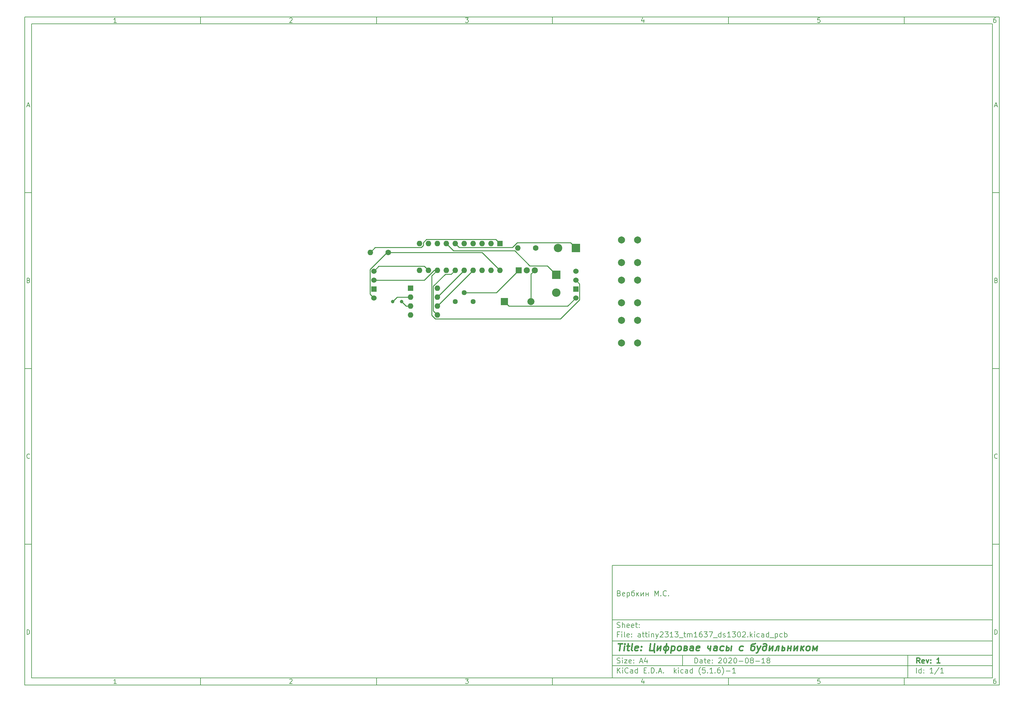
<source format=gbl>
%TF.GenerationSoftware,KiCad,Pcbnew,(5.1.6)-1*%
%TF.CreationDate,2020-08-18T15:16:58+05:00*%
%TF.ProjectId,attiny2313_tm1637_ds1302,61747469-6e79-4323-9331-335f746d3136,1*%
%TF.SameCoordinates,Original*%
%TF.FileFunction,Copper,L2,Bot*%
%TF.FilePolarity,Positive*%
%FSLAX46Y46*%
G04 Gerber Fmt 4.6, Leading zero omitted, Abs format (unit mm)*
G04 Created by KiCad (PCBNEW (5.1.6)-1) date 2020-08-18 15:16:58*
%MOMM*%
%LPD*%
G01*
G04 APERTURE LIST*
%ADD10C,0.100000*%
%ADD11C,0.150000*%
%ADD12C,0.300000*%
%ADD13C,0.400000*%
%TA.AperFunction,ComponentPad*%
%ADD14C,1.524000*%
%TD*%
%TA.AperFunction,ComponentPad*%
%ADD15R,1.524000X1.524000*%
%TD*%
%TA.AperFunction,ComponentPad*%
%ADD16R,2.400000X2.400000*%
%TD*%
%TA.AperFunction,ComponentPad*%
%ADD17O,2.400000X2.400000*%
%TD*%
%TA.AperFunction,ComponentPad*%
%ADD18R,2.000000X2.000000*%
%TD*%
%TA.AperFunction,ComponentPad*%
%ADD19C,2.000000*%
%TD*%
%TA.AperFunction,ComponentPad*%
%ADD20C,1.440000*%
%TD*%
%TA.AperFunction,ComponentPad*%
%ADD21O,1.600000X1.600000*%
%TD*%
%TA.AperFunction,ComponentPad*%
%ADD22R,1.600000X1.600000*%
%TD*%
%TA.AperFunction,ComponentPad*%
%ADD23C,1.000000*%
%TD*%
%TA.AperFunction,ComponentPad*%
%ADD24C,1.600000*%
%TD*%
%TA.AperFunction,ComponentPad*%
%ADD25R,1.714500X1.800000*%
%TD*%
%TA.AperFunction,ComponentPad*%
%ADD26O,1.714500X1.800000*%
%TD*%
%TA.AperFunction,Conductor*%
%ADD27C,0.250000*%
%TD*%
G04 APERTURE END LIST*
D10*
D11*
X177002200Y-166007200D02*
X177002200Y-198007200D01*
X285002200Y-198007200D01*
X285002200Y-166007200D01*
X177002200Y-166007200D01*
D10*
D11*
X10000000Y-10000000D02*
X10000000Y-200007200D01*
X287002200Y-200007200D01*
X287002200Y-10000000D01*
X10000000Y-10000000D01*
D10*
D11*
X12000000Y-12000000D02*
X12000000Y-198007200D01*
X285002200Y-198007200D01*
X285002200Y-12000000D01*
X12000000Y-12000000D01*
D10*
D11*
X60000000Y-12000000D02*
X60000000Y-10000000D01*
D10*
D11*
X110000000Y-12000000D02*
X110000000Y-10000000D01*
D10*
D11*
X160000000Y-12000000D02*
X160000000Y-10000000D01*
D10*
D11*
X210000000Y-12000000D02*
X210000000Y-10000000D01*
D10*
D11*
X260000000Y-12000000D02*
X260000000Y-10000000D01*
D10*
D11*
X36065476Y-11588095D02*
X35322619Y-11588095D01*
X35694047Y-11588095D02*
X35694047Y-10288095D01*
X35570238Y-10473809D01*
X35446428Y-10597619D01*
X35322619Y-10659523D01*
D10*
D11*
X85322619Y-10411904D02*
X85384523Y-10350000D01*
X85508333Y-10288095D01*
X85817857Y-10288095D01*
X85941666Y-10350000D01*
X86003571Y-10411904D01*
X86065476Y-10535714D01*
X86065476Y-10659523D01*
X86003571Y-10845238D01*
X85260714Y-11588095D01*
X86065476Y-11588095D01*
D10*
D11*
X135260714Y-10288095D02*
X136065476Y-10288095D01*
X135632142Y-10783333D01*
X135817857Y-10783333D01*
X135941666Y-10845238D01*
X136003571Y-10907142D01*
X136065476Y-11030952D01*
X136065476Y-11340476D01*
X136003571Y-11464285D01*
X135941666Y-11526190D01*
X135817857Y-11588095D01*
X135446428Y-11588095D01*
X135322619Y-11526190D01*
X135260714Y-11464285D01*
D10*
D11*
X185941666Y-10721428D02*
X185941666Y-11588095D01*
X185632142Y-10226190D02*
X185322619Y-11154761D01*
X186127380Y-11154761D01*
D10*
D11*
X236003571Y-10288095D02*
X235384523Y-10288095D01*
X235322619Y-10907142D01*
X235384523Y-10845238D01*
X235508333Y-10783333D01*
X235817857Y-10783333D01*
X235941666Y-10845238D01*
X236003571Y-10907142D01*
X236065476Y-11030952D01*
X236065476Y-11340476D01*
X236003571Y-11464285D01*
X235941666Y-11526190D01*
X235817857Y-11588095D01*
X235508333Y-11588095D01*
X235384523Y-11526190D01*
X235322619Y-11464285D01*
D10*
D11*
X285941666Y-10288095D02*
X285694047Y-10288095D01*
X285570238Y-10350000D01*
X285508333Y-10411904D01*
X285384523Y-10597619D01*
X285322619Y-10845238D01*
X285322619Y-11340476D01*
X285384523Y-11464285D01*
X285446428Y-11526190D01*
X285570238Y-11588095D01*
X285817857Y-11588095D01*
X285941666Y-11526190D01*
X286003571Y-11464285D01*
X286065476Y-11340476D01*
X286065476Y-11030952D01*
X286003571Y-10907142D01*
X285941666Y-10845238D01*
X285817857Y-10783333D01*
X285570238Y-10783333D01*
X285446428Y-10845238D01*
X285384523Y-10907142D01*
X285322619Y-11030952D01*
D10*
D11*
X60000000Y-198007200D02*
X60000000Y-200007200D01*
D10*
D11*
X110000000Y-198007200D02*
X110000000Y-200007200D01*
D10*
D11*
X160000000Y-198007200D02*
X160000000Y-200007200D01*
D10*
D11*
X210000000Y-198007200D02*
X210000000Y-200007200D01*
D10*
D11*
X260000000Y-198007200D02*
X260000000Y-200007200D01*
D10*
D11*
X36065476Y-199595295D02*
X35322619Y-199595295D01*
X35694047Y-199595295D02*
X35694047Y-198295295D01*
X35570238Y-198481009D01*
X35446428Y-198604819D01*
X35322619Y-198666723D01*
D10*
D11*
X85322619Y-198419104D02*
X85384523Y-198357200D01*
X85508333Y-198295295D01*
X85817857Y-198295295D01*
X85941666Y-198357200D01*
X86003571Y-198419104D01*
X86065476Y-198542914D01*
X86065476Y-198666723D01*
X86003571Y-198852438D01*
X85260714Y-199595295D01*
X86065476Y-199595295D01*
D10*
D11*
X135260714Y-198295295D02*
X136065476Y-198295295D01*
X135632142Y-198790533D01*
X135817857Y-198790533D01*
X135941666Y-198852438D01*
X136003571Y-198914342D01*
X136065476Y-199038152D01*
X136065476Y-199347676D01*
X136003571Y-199471485D01*
X135941666Y-199533390D01*
X135817857Y-199595295D01*
X135446428Y-199595295D01*
X135322619Y-199533390D01*
X135260714Y-199471485D01*
D10*
D11*
X185941666Y-198728628D02*
X185941666Y-199595295D01*
X185632142Y-198233390D02*
X185322619Y-199161961D01*
X186127380Y-199161961D01*
D10*
D11*
X236003571Y-198295295D02*
X235384523Y-198295295D01*
X235322619Y-198914342D01*
X235384523Y-198852438D01*
X235508333Y-198790533D01*
X235817857Y-198790533D01*
X235941666Y-198852438D01*
X236003571Y-198914342D01*
X236065476Y-199038152D01*
X236065476Y-199347676D01*
X236003571Y-199471485D01*
X235941666Y-199533390D01*
X235817857Y-199595295D01*
X235508333Y-199595295D01*
X235384523Y-199533390D01*
X235322619Y-199471485D01*
D10*
D11*
X285941666Y-198295295D02*
X285694047Y-198295295D01*
X285570238Y-198357200D01*
X285508333Y-198419104D01*
X285384523Y-198604819D01*
X285322619Y-198852438D01*
X285322619Y-199347676D01*
X285384523Y-199471485D01*
X285446428Y-199533390D01*
X285570238Y-199595295D01*
X285817857Y-199595295D01*
X285941666Y-199533390D01*
X286003571Y-199471485D01*
X286065476Y-199347676D01*
X286065476Y-199038152D01*
X286003571Y-198914342D01*
X285941666Y-198852438D01*
X285817857Y-198790533D01*
X285570238Y-198790533D01*
X285446428Y-198852438D01*
X285384523Y-198914342D01*
X285322619Y-199038152D01*
D10*
D11*
X10000000Y-60000000D02*
X12000000Y-60000000D01*
D10*
D11*
X10000000Y-110000000D02*
X12000000Y-110000000D01*
D10*
D11*
X10000000Y-160000000D02*
X12000000Y-160000000D01*
D10*
D11*
X10690476Y-35216666D02*
X11309523Y-35216666D01*
X10566666Y-35588095D02*
X11000000Y-34288095D01*
X11433333Y-35588095D01*
D10*
D11*
X11092857Y-84907142D02*
X11278571Y-84969047D01*
X11340476Y-85030952D01*
X11402380Y-85154761D01*
X11402380Y-85340476D01*
X11340476Y-85464285D01*
X11278571Y-85526190D01*
X11154761Y-85588095D01*
X10659523Y-85588095D01*
X10659523Y-84288095D01*
X11092857Y-84288095D01*
X11216666Y-84350000D01*
X11278571Y-84411904D01*
X11340476Y-84535714D01*
X11340476Y-84659523D01*
X11278571Y-84783333D01*
X11216666Y-84845238D01*
X11092857Y-84907142D01*
X10659523Y-84907142D01*
D10*
D11*
X11402380Y-135464285D02*
X11340476Y-135526190D01*
X11154761Y-135588095D01*
X11030952Y-135588095D01*
X10845238Y-135526190D01*
X10721428Y-135402380D01*
X10659523Y-135278571D01*
X10597619Y-135030952D01*
X10597619Y-134845238D01*
X10659523Y-134597619D01*
X10721428Y-134473809D01*
X10845238Y-134350000D01*
X11030952Y-134288095D01*
X11154761Y-134288095D01*
X11340476Y-134350000D01*
X11402380Y-134411904D01*
D10*
D11*
X10659523Y-185588095D02*
X10659523Y-184288095D01*
X10969047Y-184288095D01*
X11154761Y-184350000D01*
X11278571Y-184473809D01*
X11340476Y-184597619D01*
X11402380Y-184845238D01*
X11402380Y-185030952D01*
X11340476Y-185278571D01*
X11278571Y-185402380D01*
X11154761Y-185526190D01*
X10969047Y-185588095D01*
X10659523Y-185588095D01*
D10*
D11*
X287002200Y-60000000D02*
X285002200Y-60000000D01*
D10*
D11*
X287002200Y-110000000D02*
X285002200Y-110000000D01*
D10*
D11*
X287002200Y-160000000D02*
X285002200Y-160000000D01*
D10*
D11*
X285692676Y-35216666D02*
X286311723Y-35216666D01*
X285568866Y-35588095D02*
X286002200Y-34288095D01*
X286435533Y-35588095D01*
D10*
D11*
X286095057Y-84907142D02*
X286280771Y-84969047D01*
X286342676Y-85030952D01*
X286404580Y-85154761D01*
X286404580Y-85340476D01*
X286342676Y-85464285D01*
X286280771Y-85526190D01*
X286156961Y-85588095D01*
X285661723Y-85588095D01*
X285661723Y-84288095D01*
X286095057Y-84288095D01*
X286218866Y-84350000D01*
X286280771Y-84411904D01*
X286342676Y-84535714D01*
X286342676Y-84659523D01*
X286280771Y-84783333D01*
X286218866Y-84845238D01*
X286095057Y-84907142D01*
X285661723Y-84907142D01*
D10*
D11*
X286404580Y-135464285D02*
X286342676Y-135526190D01*
X286156961Y-135588095D01*
X286033152Y-135588095D01*
X285847438Y-135526190D01*
X285723628Y-135402380D01*
X285661723Y-135278571D01*
X285599819Y-135030952D01*
X285599819Y-134845238D01*
X285661723Y-134597619D01*
X285723628Y-134473809D01*
X285847438Y-134350000D01*
X286033152Y-134288095D01*
X286156961Y-134288095D01*
X286342676Y-134350000D01*
X286404580Y-134411904D01*
D10*
D11*
X285661723Y-185588095D02*
X285661723Y-184288095D01*
X285971247Y-184288095D01*
X286156961Y-184350000D01*
X286280771Y-184473809D01*
X286342676Y-184597619D01*
X286404580Y-184845238D01*
X286404580Y-185030952D01*
X286342676Y-185278571D01*
X286280771Y-185402380D01*
X286156961Y-185526190D01*
X285971247Y-185588095D01*
X285661723Y-185588095D01*
D10*
D11*
X200434342Y-193785771D02*
X200434342Y-192285771D01*
X200791485Y-192285771D01*
X201005771Y-192357200D01*
X201148628Y-192500057D01*
X201220057Y-192642914D01*
X201291485Y-192928628D01*
X201291485Y-193142914D01*
X201220057Y-193428628D01*
X201148628Y-193571485D01*
X201005771Y-193714342D01*
X200791485Y-193785771D01*
X200434342Y-193785771D01*
X202577200Y-193785771D02*
X202577200Y-193000057D01*
X202505771Y-192857200D01*
X202362914Y-192785771D01*
X202077200Y-192785771D01*
X201934342Y-192857200D01*
X202577200Y-193714342D02*
X202434342Y-193785771D01*
X202077200Y-193785771D01*
X201934342Y-193714342D01*
X201862914Y-193571485D01*
X201862914Y-193428628D01*
X201934342Y-193285771D01*
X202077200Y-193214342D01*
X202434342Y-193214342D01*
X202577200Y-193142914D01*
X203077200Y-192785771D02*
X203648628Y-192785771D01*
X203291485Y-192285771D02*
X203291485Y-193571485D01*
X203362914Y-193714342D01*
X203505771Y-193785771D01*
X203648628Y-193785771D01*
X204720057Y-193714342D02*
X204577200Y-193785771D01*
X204291485Y-193785771D01*
X204148628Y-193714342D01*
X204077200Y-193571485D01*
X204077200Y-193000057D01*
X204148628Y-192857200D01*
X204291485Y-192785771D01*
X204577200Y-192785771D01*
X204720057Y-192857200D01*
X204791485Y-193000057D01*
X204791485Y-193142914D01*
X204077200Y-193285771D01*
X205434342Y-193642914D02*
X205505771Y-193714342D01*
X205434342Y-193785771D01*
X205362914Y-193714342D01*
X205434342Y-193642914D01*
X205434342Y-193785771D01*
X205434342Y-192857200D02*
X205505771Y-192928628D01*
X205434342Y-193000057D01*
X205362914Y-192928628D01*
X205434342Y-192857200D01*
X205434342Y-193000057D01*
X207220057Y-192428628D02*
X207291485Y-192357200D01*
X207434342Y-192285771D01*
X207791485Y-192285771D01*
X207934342Y-192357200D01*
X208005771Y-192428628D01*
X208077200Y-192571485D01*
X208077200Y-192714342D01*
X208005771Y-192928628D01*
X207148628Y-193785771D01*
X208077200Y-193785771D01*
X209005771Y-192285771D02*
X209148628Y-192285771D01*
X209291485Y-192357200D01*
X209362914Y-192428628D01*
X209434342Y-192571485D01*
X209505771Y-192857200D01*
X209505771Y-193214342D01*
X209434342Y-193500057D01*
X209362914Y-193642914D01*
X209291485Y-193714342D01*
X209148628Y-193785771D01*
X209005771Y-193785771D01*
X208862914Y-193714342D01*
X208791485Y-193642914D01*
X208720057Y-193500057D01*
X208648628Y-193214342D01*
X208648628Y-192857200D01*
X208720057Y-192571485D01*
X208791485Y-192428628D01*
X208862914Y-192357200D01*
X209005771Y-192285771D01*
X210077200Y-192428628D02*
X210148628Y-192357200D01*
X210291485Y-192285771D01*
X210648628Y-192285771D01*
X210791485Y-192357200D01*
X210862914Y-192428628D01*
X210934342Y-192571485D01*
X210934342Y-192714342D01*
X210862914Y-192928628D01*
X210005771Y-193785771D01*
X210934342Y-193785771D01*
X211862914Y-192285771D02*
X212005771Y-192285771D01*
X212148628Y-192357200D01*
X212220057Y-192428628D01*
X212291485Y-192571485D01*
X212362914Y-192857200D01*
X212362914Y-193214342D01*
X212291485Y-193500057D01*
X212220057Y-193642914D01*
X212148628Y-193714342D01*
X212005771Y-193785771D01*
X211862914Y-193785771D01*
X211720057Y-193714342D01*
X211648628Y-193642914D01*
X211577200Y-193500057D01*
X211505771Y-193214342D01*
X211505771Y-192857200D01*
X211577200Y-192571485D01*
X211648628Y-192428628D01*
X211720057Y-192357200D01*
X211862914Y-192285771D01*
X213005771Y-193214342D02*
X214148628Y-193214342D01*
X215148628Y-192285771D02*
X215291485Y-192285771D01*
X215434342Y-192357200D01*
X215505771Y-192428628D01*
X215577200Y-192571485D01*
X215648628Y-192857200D01*
X215648628Y-193214342D01*
X215577200Y-193500057D01*
X215505771Y-193642914D01*
X215434342Y-193714342D01*
X215291485Y-193785771D01*
X215148628Y-193785771D01*
X215005771Y-193714342D01*
X214934342Y-193642914D01*
X214862914Y-193500057D01*
X214791485Y-193214342D01*
X214791485Y-192857200D01*
X214862914Y-192571485D01*
X214934342Y-192428628D01*
X215005771Y-192357200D01*
X215148628Y-192285771D01*
X216505771Y-192928628D02*
X216362914Y-192857200D01*
X216291485Y-192785771D01*
X216220057Y-192642914D01*
X216220057Y-192571485D01*
X216291485Y-192428628D01*
X216362914Y-192357200D01*
X216505771Y-192285771D01*
X216791485Y-192285771D01*
X216934342Y-192357200D01*
X217005771Y-192428628D01*
X217077200Y-192571485D01*
X217077200Y-192642914D01*
X217005771Y-192785771D01*
X216934342Y-192857200D01*
X216791485Y-192928628D01*
X216505771Y-192928628D01*
X216362914Y-193000057D01*
X216291485Y-193071485D01*
X216220057Y-193214342D01*
X216220057Y-193500057D01*
X216291485Y-193642914D01*
X216362914Y-193714342D01*
X216505771Y-193785771D01*
X216791485Y-193785771D01*
X216934342Y-193714342D01*
X217005771Y-193642914D01*
X217077200Y-193500057D01*
X217077200Y-193214342D01*
X217005771Y-193071485D01*
X216934342Y-193000057D01*
X216791485Y-192928628D01*
X217720057Y-193214342D02*
X218862914Y-193214342D01*
X220362914Y-193785771D02*
X219505771Y-193785771D01*
X219934342Y-193785771D02*
X219934342Y-192285771D01*
X219791485Y-192500057D01*
X219648628Y-192642914D01*
X219505771Y-192714342D01*
X221220057Y-192928628D02*
X221077200Y-192857200D01*
X221005771Y-192785771D01*
X220934342Y-192642914D01*
X220934342Y-192571485D01*
X221005771Y-192428628D01*
X221077200Y-192357200D01*
X221220057Y-192285771D01*
X221505771Y-192285771D01*
X221648628Y-192357200D01*
X221720057Y-192428628D01*
X221791485Y-192571485D01*
X221791485Y-192642914D01*
X221720057Y-192785771D01*
X221648628Y-192857200D01*
X221505771Y-192928628D01*
X221220057Y-192928628D01*
X221077200Y-193000057D01*
X221005771Y-193071485D01*
X220934342Y-193214342D01*
X220934342Y-193500057D01*
X221005771Y-193642914D01*
X221077200Y-193714342D01*
X221220057Y-193785771D01*
X221505771Y-193785771D01*
X221648628Y-193714342D01*
X221720057Y-193642914D01*
X221791485Y-193500057D01*
X221791485Y-193214342D01*
X221720057Y-193071485D01*
X221648628Y-193000057D01*
X221505771Y-192928628D01*
D10*
D11*
X177002200Y-194507200D02*
X285002200Y-194507200D01*
D10*
D11*
X178434342Y-196585771D02*
X178434342Y-195085771D01*
X179291485Y-196585771D02*
X178648628Y-195728628D01*
X179291485Y-195085771D02*
X178434342Y-195942914D01*
X179934342Y-196585771D02*
X179934342Y-195585771D01*
X179934342Y-195085771D02*
X179862914Y-195157200D01*
X179934342Y-195228628D01*
X180005771Y-195157200D01*
X179934342Y-195085771D01*
X179934342Y-195228628D01*
X181505771Y-196442914D02*
X181434342Y-196514342D01*
X181220057Y-196585771D01*
X181077200Y-196585771D01*
X180862914Y-196514342D01*
X180720057Y-196371485D01*
X180648628Y-196228628D01*
X180577200Y-195942914D01*
X180577200Y-195728628D01*
X180648628Y-195442914D01*
X180720057Y-195300057D01*
X180862914Y-195157200D01*
X181077200Y-195085771D01*
X181220057Y-195085771D01*
X181434342Y-195157200D01*
X181505771Y-195228628D01*
X182791485Y-196585771D02*
X182791485Y-195800057D01*
X182720057Y-195657200D01*
X182577200Y-195585771D01*
X182291485Y-195585771D01*
X182148628Y-195657200D01*
X182791485Y-196514342D02*
X182648628Y-196585771D01*
X182291485Y-196585771D01*
X182148628Y-196514342D01*
X182077200Y-196371485D01*
X182077200Y-196228628D01*
X182148628Y-196085771D01*
X182291485Y-196014342D01*
X182648628Y-196014342D01*
X182791485Y-195942914D01*
X184148628Y-196585771D02*
X184148628Y-195085771D01*
X184148628Y-196514342D02*
X184005771Y-196585771D01*
X183720057Y-196585771D01*
X183577200Y-196514342D01*
X183505771Y-196442914D01*
X183434342Y-196300057D01*
X183434342Y-195871485D01*
X183505771Y-195728628D01*
X183577200Y-195657200D01*
X183720057Y-195585771D01*
X184005771Y-195585771D01*
X184148628Y-195657200D01*
X186005771Y-195800057D02*
X186505771Y-195800057D01*
X186720057Y-196585771D02*
X186005771Y-196585771D01*
X186005771Y-195085771D01*
X186720057Y-195085771D01*
X187362914Y-196442914D02*
X187434342Y-196514342D01*
X187362914Y-196585771D01*
X187291485Y-196514342D01*
X187362914Y-196442914D01*
X187362914Y-196585771D01*
X188077200Y-196585771D02*
X188077200Y-195085771D01*
X188434342Y-195085771D01*
X188648628Y-195157200D01*
X188791485Y-195300057D01*
X188862914Y-195442914D01*
X188934342Y-195728628D01*
X188934342Y-195942914D01*
X188862914Y-196228628D01*
X188791485Y-196371485D01*
X188648628Y-196514342D01*
X188434342Y-196585771D01*
X188077200Y-196585771D01*
X189577200Y-196442914D02*
X189648628Y-196514342D01*
X189577200Y-196585771D01*
X189505771Y-196514342D01*
X189577200Y-196442914D01*
X189577200Y-196585771D01*
X190220057Y-196157200D02*
X190934342Y-196157200D01*
X190077200Y-196585771D02*
X190577200Y-195085771D01*
X191077200Y-196585771D01*
X191577200Y-196442914D02*
X191648628Y-196514342D01*
X191577200Y-196585771D01*
X191505771Y-196514342D01*
X191577200Y-196442914D01*
X191577200Y-196585771D01*
X194577200Y-196585771D02*
X194577200Y-195085771D01*
X194720057Y-196014342D02*
X195148628Y-196585771D01*
X195148628Y-195585771D02*
X194577200Y-196157200D01*
X195791485Y-196585771D02*
X195791485Y-195585771D01*
X195791485Y-195085771D02*
X195720057Y-195157200D01*
X195791485Y-195228628D01*
X195862914Y-195157200D01*
X195791485Y-195085771D01*
X195791485Y-195228628D01*
X197148628Y-196514342D02*
X197005771Y-196585771D01*
X196720057Y-196585771D01*
X196577200Y-196514342D01*
X196505771Y-196442914D01*
X196434342Y-196300057D01*
X196434342Y-195871485D01*
X196505771Y-195728628D01*
X196577200Y-195657200D01*
X196720057Y-195585771D01*
X197005771Y-195585771D01*
X197148628Y-195657200D01*
X198434342Y-196585771D02*
X198434342Y-195800057D01*
X198362914Y-195657200D01*
X198220057Y-195585771D01*
X197934342Y-195585771D01*
X197791485Y-195657200D01*
X198434342Y-196514342D02*
X198291485Y-196585771D01*
X197934342Y-196585771D01*
X197791485Y-196514342D01*
X197720057Y-196371485D01*
X197720057Y-196228628D01*
X197791485Y-196085771D01*
X197934342Y-196014342D01*
X198291485Y-196014342D01*
X198434342Y-195942914D01*
X199791485Y-196585771D02*
X199791485Y-195085771D01*
X199791485Y-196514342D02*
X199648628Y-196585771D01*
X199362914Y-196585771D01*
X199220057Y-196514342D01*
X199148628Y-196442914D01*
X199077200Y-196300057D01*
X199077200Y-195871485D01*
X199148628Y-195728628D01*
X199220057Y-195657200D01*
X199362914Y-195585771D01*
X199648628Y-195585771D01*
X199791485Y-195657200D01*
X202077200Y-197157200D02*
X202005771Y-197085771D01*
X201862914Y-196871485D01*
X201791485Y-196728628D01*
X201720057Y-196514342D01*
X201648628Y-196157200D01*
X201648628Y-195871485D01*
X201720057Y-195514342D01*
X201791485Y-195300057D01*
X201862914Y-195157200D01*
X202005771Y-194942914D01*
X202077200Y-194871485D01*
X203362914Y-195085771D02*
X202648628Y-195085771D01*
X202577200Y-195800057D01*
X202648628Y-195728628D01*
X202791485Y-195657200D01*
X203148628Y-195657200D01*
X203291485Y-195728628D01*
X203362914Y-195800057D01*
X203434342Y-195942914D01*
X203434342Y-196300057D01*
X203362914Y-196442914D01*
X203291485Y-196514342D01*
X203148628Y-196585771D01*
X202791485Y-196585771D01*
X202648628Y-196514342D01*
X202577200Y-196442914D01*
X204077200Y-196442914D02*
X204148628Y-196514342D01*
X204077200Y-196585771D01*
X204005771Y-196514342D01*
X204077200Y-196442914D01*
X204077200Y-196585771D01*
X205577200Y-196585771D02*
X204720057Y-196585771D01*
X205148628Y-196585771D02*
X205148628Y-195085771D01*
X205005771Y-195300057D01*
X204862914Y-195442914D01*
X204720057Y-195514342D01*
X206220057Y-196442914D02*
X206291485Y-196514342D01*
X206220057Y-196585771D01*
X206148628Y-196514342D01*
X206220057Y-196442914D01*
X206220057Y-196585771D01*
X207577200Y-195085771D02*
X207291485Y-195085771D01*
X207148628Y-195157200D01*
X207077200Y-195228628D01*
X206934342Y-195442914D01*
X206862914Y-195728628D01*
X206862914Y-196300057D01*
X206934342Y-196442914D01*
X207005771Y-196514342D01*
X207148628Y-196585771D01*
X207434342Y-196585771D01*
X207577200Y-196514342D01*
X207648628Y-196442914D01*
X207720057Y-196300057D01*
X207720057Y-195942914D01*
X207648628Y-195800057D01*
X207577200Y-195728628D01*
X207434342Y-195657200D01*
X207148628Y-195657200D01*
X207005771Y-195728628D01*
X206934342Y-195800057D01*
X206862914Y-195942914D01*
X208220057Y-197157200D02*
X208291485Y-197085771D01*
X208434342Y-196871485D01*
X208505771Y-196728628D01*
X208577200Y-196514342D01*
X208648628Y-196157200D01*
X208648628Y-195871485D01*
X208577200Y-195514342D01*
X208505771Y-195300057D01*
X208434342Y-195157200D01*
X208291485Y-194942914D01*
X208220057Y-194871485D01*
X209362914Y-196014342D02*
X210505771Y-196014342D01*
X212005771Y-196585771D02*
X211148628Y-196585771D01*
X211577200Y-196585771D02*
X211577200Y-195085771D01*
X211434342Y-195300057D01*
X211291485Y-195442914D01*
X211148628Y-195514342D01*
D10*
D11*
X177002200Y-191507200D02*
X285002200Y-191507200D01*
D10*
D12*
X264411485Y-193785771D02*
X263911485Y-193071485D01*
X263554342Y-193785771D02*
X263554342Y-192285771D01*
X264125771Y-192285771D01*
X264268628Y-192357200D01*
X264340057Y-192428628D01*
X264411485Y-192571485D01*
X264411485Y-192785771D01*
X264340057Y-192928628D01*
X264268628Y-193000057D01*
X264125771Y-193071485D01*
X263554342Y-193071485D01*
X265625771Y-193714342D02*
X265482914Y-193785771D01*
X265197200Y-193785771D01*
X265054342Y-193714342D01*
X264982914Y-193571485D01*
X264982914Y-193000057D01*
X265054342Y-192857200D01*
X265197200Y-192785771D01*
X265482914Y-192785771D01*
X265625771Y-192857200D01*
X265697200Y-193000057D01*
X265697200Y-193142914D01*
X264982914Y-193285771D01*
X266197200Y-192785771D02*
X266554342Y-193785771D01*
X266911485Y-192785771D01*
X267482914Y-193642914D02*
X267554342Y-193714342D01*
X267482914Y-193785771D01*
X267411485Y-193714342D01*
X267482914Y-193642914D01*
X267482914Y-193785771D01*
X267482914Y-192857200D02*
X267554342Y-192928628D01*
X267482914Y-193000057D01*
X267411485Y-192928628D01*
X267482914Y-192857200D01*
X267482914Y-193000057D01*
X270125771Y-193785771D02*
X269268628Y-193785771D01*
X269697200Y-193785771D02*
X269697200Y-192285771D01*
X269554342Y-192500057D01*
X269411485Y-192642914D01*
X269268628Y-192714342D01*
D10*
D11*
X178362914Y-193714342D02*
X178577200Y-193785771D01*
X178934342Y-193785771D01*
X179077200Y-193714342D01*
X179148628Y-193642914D01*
X179220057Y-193500057D01*
X179220057Y-193357200D01*
X179148628Y-193214342D01*
X179077200Y-193142914D01*
X178934342Y-193071485D01*
X178648628Y-193000057D01*
X178505771Y-192928628D01*
X178434342Y-192857200D01*
X178362914Y-192714342D01*
X178362914Y-192571485D01*
X178434342Y-192428628D01*
X178505771Y-192357200D01*
X178648628Y-192285771D01*
X179005771Y-192285771D01*
X179220057Y-192357200D01*
X179862914Y-193785771D02*
X179862914Y-192785771D01*
X179862914Y-192285771D02*
X179791485Y-192357200D01*
X179862914Y-192428628D01*
X179934342Y-192357200D01*
X179862914Y-192285771D01*
X179862914Y-192428628D01*
X180434342Y-192785771D02*
X181220057Y-192785771D01*
X180434342Y-193785771D01*
X181220057Y-193785771D01*
X182362914Y-193714342D02*
X182220057Y-193785771D01*
X181934342Y-193785771D01*
X181791485Y-193714342D01*
X181720057Y-193571485D01*
X181720057Y-193000057D01*
X181791485Y-192857200D01*
X181934342Y-192785771D01*
X182220057Y-192785771D01*
X182362914Y-192857200D01*
X182434342Y-193000057D01*
X182434342Y-193142914D01*
X181720057Y-193285771D01*
X183077200Y-193642914D02*
X183148628Y-193714342D01*
X183077200Y-193785771D01*
X183005771Y-193714342D01*
X183077200Y-193642914D01*
X183077200Y-193785771D01*
X183077200Y-192857200D02*
X183148628Y-192928628D01*
X183077200Y-193000057D01*
X183005771Y-192928628D01*
X183077200Y-192857200D01*
X183077200Y-193000057D01*
X184862914Y-193357200D02*
X185577200Y-193357200D01*
X184720057Y-193785771D02*
X185220057Y-192285771D01*
X185720057Y-193785771D01*
X186862914Y-192785771D02*
X186862914Y-193785771D01*
X186505771Y-192214342D02*
X186148628Y-193285771D01*
X187077200Y-193285771D01*
D10*
D11*
X263434342Y-196585771D02*
X263434342Y-195085771D01*
X264791485Y-196585771D02*
X264791485Y-195085771D01*
X264791485Y-196514342D02*
X264648628Y-196585771D01*
X264362914Y-196585771D01*
X264220057Y-196514342D01*
X264148628Y-196442914D01*
X264077200Y-196300057D01*
X264077200Y-195871485D01*
X264148628Y-195728628D01*
X264220057Y-195657200D01*
X264362914Y-195585771D01*
X264648628Y-195585771D01*
X264791485Y-195657200D01*
X265505771Y-196442914D02*
X265577200Y-196514342D01*
X265505771Y-196585771D01*
X265434342Y-196514342D01*
X265505771Y-196442914D01*
X265505771Y-196585771D01*
X265505771Y-195657200D02*
X265577200Y-195728628D01*
X265505771Y-195800057D01*
X265434342Y-195728628D01*
X265505771Y-195657200D01*
X265505771Y-195800057D01*
X268148628Y-196585771D02*
X267291485Y-196585771D01*
X267720057Y-196585771D02*
X267720057Y-195085771D01*
X267577200Y-195300057D01*
X267434342Y-195442914D01*
X267291485Y-195514342D01*
X269862914Y-195014342D02*
X268577200Y-196942914D01*
X271148628Y-196585771D02*
X270291485Y-196585771D01*
X270720057Y-196585771D02*
X270720057Y-195085771D01*
X270577200Y-195300057D01*
X270434342Y-195442914D01*
X270291485Y-195514342D01*
D10*
D11*
X177002200Y-187507200D02*
X285002200Y-187507200D01*
D10*
D13*
X178714580Y-188211961D02*
X179857438Y-188211961D01*
X179036009Y-190211961D02*
X179286009Y-188211961D01*
X180274104Y-190211961D02*
X180440771Y-188878628D01*
X180524104Y-188211961D02*
X180416961Y-188307200D01*
X180500295Y-188402438D01*
X180607438Y-188307200D01*
X180524104Y-188211961D01*
X180500295Y-188402438D01*
X181107438Y-188878628D02*
X181869342Y-188878628D01*
X181476485Y-188211961D02*
X181262200Y-189926247D01*
X181333628Y-190116723D01*
X181512200Y-190211961D01*
X181702676Y-190211961D01*
X182655057Y-190211961D02*
X182476485Y-190116723D01*
X182405057Y-189926247D01*
X182619342Y-188211961D01*
X184190771Y-190116723D02*
X183988390Y-190211961D01*
X183607438Y-190211961D01*
X183428866Y-190116723D01*
X183357438Y-189926247D01*
X183452676Y-189164342D01*
X183571723Y-188973866D01*
X183774104Y-188878628D01*
X184155057Y-188878628D01*
X184333628Y-188973866D01*
X184405057Y-189164342D01*
X184381247Y-189354819D01*
X183405057Y-189545295D01*
X185155057Y-190021485D02*
X185238390Y-190116723D01*
X185131247Y-190211961D01*
X185047914Y-190116723D01*
X185155057Y-190021485D01*
X185131247Y-190211961D01*
X185286009Y-188973866D02*
X185369342Y-189069104D01*
X185262200Y-189164342D01*
X185178866Y-189069104D01*
X185286009Y-188973866D01*
X185262200Y-189164342D01*
X189000295Y-188211961D02*
X188750295Y-190211961D01*
X187857438Y-188211961D02*
X187607438Y-190211961D01*
X188940771Y-190211961D01*
X188881247Y-190688152D01*
X189869342Y-188878628D02*
X189702676Y-190211961D01*
X190821723Y-188878628D01*
X190655057Y-190211961D01*
X192428866Y-188211961D02*
X192095533Y-190878628D01*
X192155057Y-188878628D02*
X192536009Y-188878628D01*
X192714580Y-188973866D01*
X192881247Y-189164342D01*
X192952676Y-189354819D01*
X192905057Y-189735771D01*
X192786009Y-189926247D01*
X192571723Y-190116723D01*
X192369342Y-190211961D01*
X191988390Y-190211961D01*
X191809819Y-190116723D01*
X191643152Y-189926247D01*
X191571723Y-189735771D01*
X191619342Y-189354819D01*
X191738390Y-189164342D01*
X191952676Y-188973866D01*
X192155057Y-188878628D01*
X193869342Y-188878628D02*
X193619342Y-190878628D01*
X193857438Y-188973866D02*
X194059819Y-188878628D01*
X194440771Y-188878628D01*
X194619342Y-188973866D01*
X194702676Y-189069104D01*
X194774104Y-189259580D01*
X194702676Y-189831009D01*
X194583628Y-190021485D01*
X194476485Y-190116723D01*
X194274104Y-190211961D01*
X193893152Y-190211961D01*
X193714580Y-190116723D01*
X195797914Y-190211961D02*
X195619342Y-190116723D01*
X195536009Y-190021485D01*
X195464580Y-189831009D01*
X195536009Y-189259580D01*
X195655057Y-189069104D01*
X195762200Y-188973866D01*
X195964580Y-188878628D01*
X196250295Y-188878628D01*
X196428866Y-188973866D01*
X196512200Y-189069104D01*
X196583628Y-189259580D01*
X196512200Y-189831009D01*
X196393152Y-190021485D01*
X196286009Y-190116723D01*
X196083628Y-190211961D01*
X195797914Y-190211961D01*
X197881247Y-189545295D02*
X198155057Y-189640533D01*
X198226485Y-189831009D01*
X198214580Y-189926247D01*
X198095533Y-190116723D01*
X197893152Y-190211961D01*
X197321723Y-190211961D01*
X197488390Y-188878628D01*
X197964580Y-188878628D01*
X198143152Y-188973866D01*
X198214580Y-189164342D01*
X198202676Y-189259580D01*
X198083628Y-189450057D01*
X197881247Y-189545295D01*
X197405057Y-189545295D01*
X199893152Y-190211961D02*
X200024104Y-189164342D01*
X199952676Y-188973866D01*
X199774104Y-188878628D01*
X199393152Y-188878628D01*
X199190771Y-188973866D01*
X199905057Y-190116723D02*
X199702676Y-190211961D01*
X199226485Y-190211961D01*
X199047914Y-190116723D01*
X198976485Y-189926247D01*
X199000295Y-189735771D01*
X199119342Y-189545295D01*
X199321723Y-189450057D01*
X199797914Y-189450057D01*
X200000295Y-189354819D01*
X201619342Y-190116723D02*
X201416961Y-190211961D01*
X201036009Y-190211961D01*
X200857438Y-190116723D01*
X200786009Y-189926247D01*
X200881247Y-189164342D01*
X201000295Y-188973866D01*
X201202676Y-188878628D01*
X201583628Y-188878628D01*
X201762200Y-188973866D01*
X201833628Y-189164342D01*
X201809819Y-189354819D01*
X200833628Y-189545295D01*
X204916961Y-188878628D02*
X204750295Y-190211961D01*
X204155057Y-188878628D02*
X204095533Y-189354819D01*
X204166961Y-189545295D01*
X204345533Y-189640533D01*
X204821723Y-189640533D01*
X206655057Y-190211961D02*
X206786009Y-189164342D01*
X206714580Y-188973866D01*
X206536009Y-188878628D01*
X206155057Y-188878628D01*
X205952676Y-188973866D01*
X206666961Y-190116723D02*
X206464580Y-190211961D01*
X205988390Y-190211961D01*
X205809819Y-190116723D01*
X205738390Y-189926247D01*
X205762200Y-189735771D01*
X205881247Y-189545295D01*
X206083628Y-189450057D01*
X206559819Y-189450057D01*
X206762200Y-189354819D01*
X208476485Y-190116723D02*
X208274104Y-190211961D01*
X207893152Y-190211961D01*
X207714580Y-190116723D01*
X207631247Y-190021485D01*
X207559819Y-189831009D01*
X207631247Y-189259580D01*
X207750295Y-189069104D01*
X207857438Y-188973866D01*
X208059819Y-188878628D01*
X208440771Y-188878628D01*
X208619342Y-188973866D01*
X210821723Y-188878628D02*
X210655057Y-190211961D01*
X209488390Y-188878628D02*
X209321723Y-190211961D01*
X209797914Y-190211961D01*
X210000295Y-190116723D01*
X210119342Y-189926247D01*
X210155057Y-189640533D01*
X210083628Y-189450057D01*
X209905057Y-189354819D01*
X209428866Y-189354819D01*
X214000295Y-190116723D02*
X213797914Y-190211961D01*
X213416961Y-190211961D01*
X213238390Y-190116723D01*
X213155057Y-190021485D01*
X213083628Y-189831009D01*
X213155057Y-189259580D01*
X213274104Y-189069104D01*
X213381247Y-188973866D01*
X213583628Y-188878628D01*
X213964580Y-188878628D01*
X214143152Y-188973866D01*
X217583628Y-188116723D02*
X217476485Y-188211961D01*
X217274104Y-188307200D01*
X216893152Y-188307200D01*
X216690771Y-188402438D01*
X216583628Y-188497676D01*
X216464580Y-188688152D01*
X216321723Y-189831009D01*
X216393152Y-190021485D01*
X216476485Y-190116723D01*
X216655057Y-190211961D01*
X216940771Y-190211961D01*
X217143152Y-190116723D01*
X217250295Y-190021485D01*
X217369342Y-189831009D01*
X217440771Y-189259580D01*
X217369342Y-189069104D01*
X217286009Y-188973866D01*
X217107438Y-188878628D01*
X216726485Y-188878628D01*
X216524104Y-188973866D01*
X216416961Y-189069104D01*
X218155057Y-188878628D02*
X218464580Y-190211961D01*
X219107438Y-188878628D02*
X218464580Y-190211961D01*
X218214580Y-190688152D01*
X218107438Y-190783390D01*
X217905057Y-190878628D01*
X220797914Y-189069104D02*
X220714580Y-188973866D01*
X220536009Y-188878628D01*
X220155057Y-188878628D01*
X219952676Y-188973866D01*
X219845533Y-189069104D01*
X219726485Y-189259580D01*
X219655057Y-189831009D01*
X219726485Y-190021485D01*
X219809819Y-190116723D01*
X219988390Y-190211961D01*
X220274104Y-190211961D01*
X220476485Y-190116723D01*
X220583628Y-190021485D01*
X220702676Y-189831009D01*
X220857438Y-188592914D01*
X220786009Y-188402438D01*
X220702676Y-188307200D01*
X220524104Y-188211961D01*
X220143152Y-188211961D01*
X219940771Y-188307200D01*
X221678866Y-188878628D02*
X221512200Y-190211961D01*
X222631247Y-188878628D01*
X222464580Y-190211961D01*
X224178866Y-190211961D02*
X224345533Y-188878628D01*
X224059819Y-188878628D01*
X223857438Y-188973866D01*
X223738390Y-189164342D01*
X223547914Y-189926247D01*
X223428866Y-190116723D01*
X223226485Y-190211961D01*
X225297914Y-188878628D02*
X225131247Y-190211961D01*
X225607438Y-190211961D01*
X225809819Y-190116723D01*
X225928866Y-189926247D01*
X225964580Y-189640533D01*
X225893152Y-189450057D01*
X225714580Y-189354819D01*
X225238390Y-189354819D01*
X226833628Y-189545295D02*
X227690771Y-189545295D01*
X226916961Y-188878628D02*
X226750295Y-190211961D01*
X227774104Y-188878628D02*
X227607438Y-190211961D01*
X228726485Y-188878628D02*
X228559819Y-190211961D01*
X229678866Y-188878628D01*
X229512199Y-190211961D01*
X230631247Y-188878628D02*
X230464580Y-190211961D01*
X230750295Y-189450057D02*
X231226485Y-190211961D01*
X231393152Y-188878628D02*
X230536009Y-189640533D01*
X232369342Y-190211961D02*
X232190771Y-190116723D01*
X232107438Y-190021485D01*
X232036009Y-189831009D01*
X232107438Y-189259580D01*
X232226485Y-189069104D01*
X232333628Y-188973866D01*
X232536009Y-188878628D01*
X232821723Y-188878628D01*
X233000295Y-188973866D01*
X233083628Y-189069104D01*
X233155057Y-189259580D01*
X233083628Y-189831009D01*
X232964580Y-190021485D01*
X232857438Y-190116723D01*
X232655057Y-190211961D01*
X232369342Y-190211961D01*
X233893152Y-190211961D02*
X234059819Y-188878628D01*
X234500295Y-189926247D01*
X235202676Y-188878628D01*
X235036009Y-190211961D01*
D10*
D11*
X178934342Y-185600057D02*
X178434342Y-185600057D01*
X178434342Y-186385771D02*
X178434342Y-184885771D01*
X179148628Y-184885771D01*
X179720057Y-186385771D02*
X179720057Y-185385771D01*
X179720057Y-184885771D02*
X179648628Y-184957200D01*
X179720057Y-185028628D01*
X179791485Y-184957200D01*
X179720057Y-184885771D01*
X179720057Y-185028628D01*
X180648628Y-186385771D02*
X180505771Y-186314342D01*
X180434342Y-186171485D01*
X180434342Y-184885771D01*
X181791485Y-186314342D02*
X181648628Y-186385771D01*
X181362914Y-186385771D01*
X181220057Y-186314342D01*
X181148628Y-186171485D01*
X181148628Y-185600057D01*
X181220057Y-185457200D01*
X181362914Y-185385771D01*
X181648628Y-185385771D01*
X181791485Y-185457200D01*
X181862914Y-185600057D01*
X181862914Y-185742914D01*
X181148628Y-185885771D01*
X182505771Y-186242914D02*
X182577200Y-186314342D01*
X182505771Y-186385771D01*
X182434342Y-186314342D01*
X182505771Y-186242914D01*
X182505771Y-186385771D01*
X182505771Y-185457200D02*
X182577200Y-185528628D01*
X182505771Y-185600057D01*
X182434342Y-185528628D01*
X182505771Y-185457200D01*
X182505771Y-185600057D01*
X185005771Y-186385771D02*
X185005771Y-185600057D01*
X184934342Y-185457200D01*
X184791485Y-185385771D01*
X184505771Y-185385771D01*
X184362914Y-185457200D01*
X185005771Y-186314342D02*
X184862914Y-186385771D01*
X184505771Y-186385771D01*
X184362914Y-186314342D01*
X184291485Y-186171485D01*
X184291485Y-186028628D01*
X184362914Y-185885771D01*
X184505771Y-185814342D01*
X184862914Y-185814342D01*
X185005771Y-185742914D01*
X185505771Y-185385771D02*
X186077200Y-185385771D01*
X185720057Y-184885771D02*
X185720057Y-186171485D01*
X185791485Y-186314342D01*
X185934342Y-186385771D01*
X186077200Y-186385771D01*
X186362914Y-185385771D02*
X186934342Y-185385771D01*
X186577200Y-184885771D02*
X186577200Y-186171485D01*
X186648628Y-186314342D01*
X186791485Y-186385771D01*
X186934342Y-186385771D01*
X187434342Y-186385771D02*
X187434342Y-185385771D01*
X187434342Y-184885771D02*
X187362914Y-184957200D01*
X187434342Y-185028628D01*
X187505771Y-184957200D01*
X187434342Y-184885771D01*
X187434342Y-185028628D01*
X188148628Y-185385771D02*
X188148628Y-186385771D01*
X188148628Y-185528628D02*
X188220057Y-185457200D01*
X188362914Y-185385771D01*
X188577200Y-185385771D01*
X188720057Y-185457200D01*
X188791485Y-185600057D01*
X188791485Y-186385771D01*
X189362914Y-185385771D02*
X189720057Y-186385771D01*
X190077200Y-185385771D02*
X189720057Y-186385771D01*
X189577200Y-186742914D01*
X189505771Y-186814342D01*
X189362914Y-186885771D01*
X190577200Y-185028628D02*
X190648628Y-184957200D01*
X190791485Y-184885771D01*
X191148628Y-184885771D01*
X191291485Y-184957200D01*
X191362914Y-185028628D01*
X191434342Y-185171485D01*
X191434342Y-185314342D01*
X191362914Y-185528628D01*
X190505771Y-186385771D01*
X191434342Y-186385771D01*
X191934342Y-184885771D02*
X192862914Y-184885771D01*
X192362914Y-185457200D01*
X192577200Y-185457200D01*
X192720057Y-185528628D01*
X192791485Y-185600057D01*
X192862914Y-185742914D01*
X192862914Y-186100057D01*
X192791485Y-186242914D01*
X192720057Y-186314342D01*
X192577200Y-186385771D01*
X192148628Y-186385771D01*
X192005771Y-186314342D01*
X191934342Y-186242914D01*
X194291485Y-186385771D02*
X193434342Y-186385771D01*
X193862914Y-186385771D02*
X193862914Y-184885771D01*
X193720057Y-185100057D01*
X193577200Y-185242914D01*
X193434342Y-185314342D01*
X194791485Y-184885771D02*
X195720057Y-184885771D01*
X195220057Y-185457200D01*
X195434342Y-185457200D01*
X195577200Y-185528628D01*
X195648628Y-185600057D01*
X195720057Y-185742914D01*
X195720057Y-186100057D01*
X195648628Y-186242914D01*
X195577200Y-186314342D01*
X195434342Y-186385771D01*
X195005771Y-186385771D01*
X194862914Y-186314342D01*
X194791485Y-186242914D01*
X196005771Y-186528628D02*
X197148628Y-186528628D01*
X197291485Y-185385771D02*
X197862914Y-185385771D01*
X197505771Y-184885771D02*
X197505771Y-186171485D01*
X197577200Y-186314342D01*
X197720057Y-186385771D01*
X197862914Y-186385771D01*
X198362914Y-186385771D02*
X198362914Y-185385771D01*
X198362914Y-185528628D02*
X198434342Y-185457200D01*
X198577200Y-185385771D01*
X198791485Y-185385771D01*
X198934342Y-185457200D01*
X199005771Y-185600057D01*
X199005771Y-186385771D01*
X199005771Y-185600057D02*
X199077200Y-185457200D01*
X199220057Y-185385771D01*
X199434342Y-185385771D01*
X199577200Y-185457200D01*
X199648628Y-185600057D01*
X199648628Y-186385771D01*
X201148628Y-186385771D02*
X200291485Y-186385771D01*
X200720057Y-186385771D02*
X200720057Y-184885771D01*
X200577200Y-185100057D01*
X200434342Y-185242914D01*
X200291485Y-185314342D01*
X202434342Y-184885771D02*
X202148628Y-184885771D01*
X202005771Y-184957200D01*
X201934342Y-185028628D01*
X201791485Y-185242914D01*
X201720057Y-185528628D01*
X201720057Y-186100057D01*
X201791485Y-186242914D01*
X201862914Y-186314342D01*
X202005771Y-186385771D01*
X202291485Y-186385771D01*
X202434342Y-186314342D01*
X202505771Y-186242914D01*
X202577200Y-186100057D01*
X202577200Y-185742914D01*
X202505771Y-185600057D01*
X202434342Y-185528628D01*
X202291485Y-185457200D01*
X202005771Y-185457200D01*
X201862914Y-185528628D01*
X201791485Y-185600057D01*
X201720057Y-185742914D01*
X203077200Y-184885771D02*
X204005771Y-184885771D01*
X203505771Y-185457200D01*
X203720057Y-185457200D01*
X203862914Y-185528628D01*
X203934342Y-185600057D01*
X204005771Y-185742914D01*
X204005771Y-186100057D01*
X203934342Y-186242914D01*
X203862914Y-186314342D01*
X203720057Y-186385771D01*
X203291485Y-186385771D01*
X203148628Y-186314342D01*
X203077200Y-186242914D01*
X204505771Y-184885771D02*
X205505771Y-184885771D01*
X204862914Y-186385771D01*
X205720057Y-186528628D02*
X206862914Y-186528628D01*
X207862914Y-186385771D02*
X207862914Y-184885771D01*
X207862914Y-186314342D02*
X207720057Y-186385771D01*
X207434342Y-186385771D01*
X207291485Y-186314342D01*
X207220057Y-186242914D01*
X207148628Y-186100057D01*
X207148628Y-185671485D01*
X207220057Y-185528628D01*
X207291485Y-185457200D01*
X207434342Y-185385771D01*
X207720057Y-185385771D01*
X207862914Y-185457200D01*
X208505771Y-186314342D02*
X208648628Y-186385771D01*
X208934342Y-186385771D01*
X209077200Y-186314342D01*
X209148628Y-186171485D01*
X209148628Y-186100057D01*
X209077200Y-185957200D01*
X208934342Y-185885771D01*
X208720057Y-185885771D01*
X208577200Y-185814342D01*
X208505771Y-185671485D01*
X208505771Y-185600057D01*
X208577200Y-185457200D01*
X208720057Y-185385771D01*
X208934342Y-185385771D01*
X209077200Y-185457200D01*
X210577200Y-186385771D02*
X209720057Y-186385771D01*
X210148628Y-186385771D02*
X210148628Y-184885771D01*
X210005771Y-185100057D01*
X209862914Y-185242914D01*
X209720057Y-185314342D01*
X211077200Y-184885771D02*
X212005771Y-184885771D01*
X211505771Y-185457200D01*
X211720057Y-185457200D01*
X211862914Y-185528628D01*
X211934342Y-185600057D01*
X212005771Y-185742914D01*
X212005771Y-186100057D01*
X211934342Y-186242914D01*
X211862914Y-186314342D01*
X211720057Y-186385771D01*
X211291485Y-186385771D01*
X211148628Y-186314342D01*
X211077200Y-186242914D01*
X212934342Y-184885771D02*
X213077200Y-184885771D01*
X213220057Y-184957200D01*
X213291485Y-185028628D01*
X213362914Y-185171485D01*
X213434342Y-185457200D01*
X213434342Y-185814342D01*
X213362914Y-186100057D01*
X213291485Y-186242914D01*
X213220057Y-186314342D01*
X213077200Y-186385771D01*
X212934342Y-186385771D01*
X212791485Y-186314342D01*
X212720057Y-186242914D01*
X212648628Y-186100057D01*
X212577200Y-185814342D01*
X212577200Y-185457200D01*
X212648628Y-185171485D01*
X212720057Y-185028628D01*
X212791485Y-184957200D01*
X212934342Y-184885771D01*
X214005771Y-185028628D02*
X214077200Y-184957200D01*
X214220057Y-184885771D01*
X214577200Y-184885771D01*
X214720057Y-184957200D01*
X214791485Y-185028628D01*
X214862914Y-185171485D01*
X214862914Y-185314342D01*
X214791485Y-185528628D01*
X213934342Y-186385771D01*
X214862914Y-186385771D01*
X215505771Y-186242914D02*
X215577200Y-186314342D01*
X215505771Y-186385771D01*
X215434342Y-186314342D01*
X215505771Y-186242914D01*
X215505771Y-186385771D01*
X216220057Y-186385771D02*
X216220057Y-184885771D01*
X216362914Y-185814342D02*
X216791485Y-186385771D01*
X216791485Y-185385771D02*
X216220057Y-185957200D01*
X217434342Y-186385771D02*
X217434342Y-185385771D01*
X217434342Y-184885771D02*
X217362914Y-184957200D01*
X217434342Y-185028628D01*
X217505771Y-184957200D01*
X217434342Y-184885771D01*
X217434342Y-185028628D01*
X218791485Y-186314342D02*
X218648628Y-186385771D01*
X218362914Y-186385771D01*
X218220057Y-186314342D01*
X218148628Y-186242914D01*
X218077200Y-186100057D01*
X218077200Y-185671485D01*
X218148628Y-185528628D01*
X218220057Y-185457200D01*
X218362914Y-185385771D01*
X218648628Y-185385771D01*
X218791485Y-185457200D01*
X220077200Y-186385771D02*
X220077200Y-185600057D01*
X220005771Y-185457200D01*
X219862914Y-185385771D01*
X219577200Y-185385771D01*
X219434342Y-185457200D01*
X220077200Y-186314342D02*
X219934342Y-186385771D01*
X219577200Y-186385771D01*
X219434342Y-186314342D01*
X219362914Y-186171485D01*
X219362914Y-186028628D01*
X219434342Y-185885771D01*
X219577200Y-185814342D01*
X219934342Y-185814342D01*
X220077200Y-185742914D01*
X221434342Y-186385771D02*
X221434342Y-184885771D01*
X221434342Y-186314342D02*
X221291485Y-186385771D01*
X221005771Y-186385771D01*
X220862914Y-186314342D01*
X220791485Y-186242914D01*
X220720057Y-186100057D01*
X220720057Y-185671485D01*
X220791485Y-185528628D01*
X220862914Y-185457200D01*
X221005771Y-185385771D01*
X221291485Y-185385771D01*
X221434342Y-185457200D01*
X221791485Y-186528628D02*
X222934342Y-186528628D01*
X223291485Y-185385771D02*
X223291485Y-186885771D01*
X223291485Y-185457200D02*
X223434342Y-185385771D01*
X223720057Y-185385771D01*
X223862914Y-185457200D01*
X223934342Y-185528628D01*
X224005771Y-185671485D01*
X224005771Y-186100057D01*
X223934342Y-186242914D01*
X223862914Y-186314342D01*
X223720057Y-186385771D01*
X223434342Y-186385771D01*
X223291485Y-186314342D01*
X225291485Y-186314342D02*
X225148628Y-186385771D01*
X224862914Y-186385771D01*
X224720057Y-186314342D01*
X224648628Y-186242914D01*
X224577200Y-186100057D01*
X224577200Y-185671485D01*
X224648628Y-185528628D01*
X224720057Y-185457200D01*
X224862914Y-185385771D01*
X225148628Y-185385771D01*
X225291485Y-185457200D01*
X225934342Y-186385771D02*
X225934342Y-184885771D01*
X225934342Y-185457200D02*
X226077200Y-185385771D01*
X226362914Y-185385771D01*
X226505771Y-185457200D01*
X226577200Y-185528628D01*
X226648628Y-185671485D01*
X226648628Y-186100057D01*
X226577200Y-186242914D01*
X226505771Y-186314342D01*
X226362914Y-186385771D01*
X226077200Y-186385771D01*
X225934342Y-186314342D01*
D10*
D11*
X177002200Y-181507200D02*
X285002200Y-181507200D01*
D10*
D11*
X178362914Y-183614342D02*
X178577200Y-183685771D01*
X178934342Y-183685771D01*
X179077200Y-183614342D01*
X179148628Y-183542914D01*
X179220057Y-183400057D01*
X179220057Y-183257200D01*
X179148628Y-183114342D01*
X179077200Y-183042914D01*
X178934342Y-182971485D01*
X178648628Y-182900057D01*
X178505771Y-182828628D01*
X178434342Y-182757200D01*
X178362914Y-182614342D01*
X178362914Y-182471485D01*
X178434342Y-182328628D01*
X178505771Y-182257200D01*
X178648628Y-182185771D01*
X179005771Y-182185771D01*
X179220057Y-182257200D01*
X179862914Y-183685771D02*
X179862914Y-182185771D01*
X180505771Y-183685771D02*
X180505771Y-182900057D01*
X180434342Y-182757200D01*
X180291485Y-182685771D01*
X180077200Y-182685771D01*
X179934342Y-182757200D01*
X179862914Y-182828628D01*
X181791485Y-183614342D02*
X181648628Y-183685771D01*
X181362914Y-183685771D01*
X181220057Y-183614342D01*
X181148628Y-183471485D01*
X181148628Y-182900057D01*
X181220057Y-182757200D01*
X181362914Y-182685771D01*
X181648628Y-182685771D01*
X181791485Y-182757200D01*
X181862914Y-182900057D01*
X181862914Y-183042914D01*
X181148628Y-183185771D01*
X183077200Y-183614342D02*
X182934342Y-183685771D01*
X182648628Y-183685771D01*
X182505771Y-183614342D01*
X182434342Y-183471485D01*
X182434342Y-182900057D01*
X182505771Y-182757200D01*
X182648628Y-182685771D01*
X182934342Y-182685771D01*
X183077200Y-182757200D01*
X183148628Y-182900057D01*
X183148628Y-183042914D01*
X182434342Y-183185771D01*
X183577200Y-182685771D02*
X184148628Y-182685771D01*
X183791485Y-182185771D02*
X183791485Y-183471485D01*
X183862914Y-183614342D01*
X184005771Y-183685771D01*
X184148628Y-183685771D01*
X184648628Y-183542914D02*
X184720057Y-183614342D01*
X184648628Y-183685771D01*
X184577200Y-183614342D01*
X184648628Y-183542914D01*
X184648628Y-183685771D01*
X184648628Y-182757200D02*
X184720057Y-182828628D01*
X184648628Y-182900057D01*
X184577200Y-182828628D01*
X184648628Y-182757200D01*
X184648628Y-182900057D01*
D10*
D11*
X178934342Y-173900057D02*
X179148628Y-173971485D01*
X179220057Y-174042914D01*
X179291485Y-174185771D01*
X179291485Y-174400057D01*
X179220057Y-174542914D01*
X179148628Y-174614342D01*
X179005771Y-174685771D01*
X178434342Y-174685771D01*
X178434342Y-173185771D01*
X178934342Y-173185771D01*
X179077200Y-173257200D01*
X179148628Y-173328628D01*
X179220057Y-173471485D01*
X179220057Y-173614342D01*
X179148628Y-173757200D01*
X179077200Y-173828628D01*
X178934342Y-173900057D01*
X178434342Y-173900057D01*
X180505771Y-174614342D02*
X180362914Y-174685771D01*
X180077200Y-174685771D01*
X179934342Y-174614342D01*
X179862914Y-174471485D01*
X179862914Y-173900057D01*
X179934342Y-173757200D01*
X180077200Y-173685771D01*
X180362914Y-173685771D01*
X180505771Y-173757200D01*
X180577200Y-173900057D01*
X180577200Y-174042914D01*
X179862914Y-174185771D01*
X181220057Y-173685771D02*
X181220057Y-175185771D01*
X181220057Y-173757200D02*
X181362914Y-173685771D01*
X181648628Y-173685771D01*
X181791485Y-173757200D01*
X181862914Y-173828628D01*
X181934342Y-173971485D01*
X181934342Y-174400057D01*
X181862914Y-174542914D01*
X181791485Y-174614342D01*
X181648628Y-174685771D01*
X181362914Y-174685771D01*
X181220057Y-174614342D01*
X183291485Y-173114342D02*
X183220057Y-173185771D01*
X183077200Y-173257200D01*
X182791485Y-173257200D01*
X182648628Y-173328628D01*
X182577200Y-173400057D01*
X182505771Y-173542914D01*
X182505771Y-174400057D01*
X182577200Y-174542914D01*
X182648628Y-174614342D01*
X182791485Y-174685771D01*
X183005771Y-174685771D01*
X183148628Y-174614342D01*
X183220057Y-174542914D01*
X183291485Y-174400057D01*
X183291485Y-173971485D01*
X183220057Y-173828628D01*
X183148628Y-173757200D01*
X183005771Y-173685771D01*
X182720057Y-173685771D01*
X182577200Y-173757200D01*
X182505771Y-173828628D01*
X183934342Y-173685771D02*
X183934342Y-174685771D01*
X184077200Y-174114342D02*
X184505771Y-174685771D01*
X184505771Y-173685771D02*
X183934342Y-174257200D01*
X185148628Y-173685771D02*
X185148628Y-174685771D01*
X185862914Y-173685771D01*
X185862914Y-174685771D01*
X186577200Y-174185771D02*
X187220057Y-174185771D01*
X186577200Y-173685771D02*
X186577200Y-174685771D01*
X187220057Y-173685771D02*
X187220057Y-174685771D01*
X189077200Y-174685771D02*
X189077200Y-173185771D01*
X189577200Y-174257200D01*
X190077200Y-173185771D01*
X190077200Y-174685771D01*
X190791485Y-174542914D02*
X190862914Y-174614342D01*
X190791485Y-174685771D01*
X190720057Y-174614342D01*
X190791485Y-174542914D01*
X190791485Y-174685771D01*
X192362914Y-174542914D02*
X192291485Y-174614342D01*
X192077200Y-174685771D01*
X191934342Y-174685771D01*
X191720057Y-174614342D01*
X191577200Y-174471485D01*
X191505771Y-174328628D01*
X191434342Y-174042914D01*
X191434342Y-173828628D01*
X191505771Y-173542914D01*
X191577200Y-173400057D01*
X191720057Y-173257200D01*
X191934342Y-173185771D01*
X192077200Y-173185771D01*
X192291485Y-173257200D01*
X192362914Y-173328628D01*
X193005771Y-174542914D02*
X193077200Y-174614342D01*
X193005771Y-174685771D01*
X192934342Y-174614342D01*
X193005771Y-174542914D01*
X193005771Y-174685771D01*
D10*
D11*
X197002200Y-191507200D02*
X197002200Y-194507200D01*
D10*
D11*
X261002200Y-191507200D02*
X261002200Y-198007200D01*
D14*
%TO.P,U3,3*%
%TO.N,Net-(U1-Pad13)*%
X109220000Y-84836000D03*
%TO.P,U3,1*%
%TO.N,Net-(BZ1-Pad1)*%
X109220000Y-89916000D03*
D15*
%TO.P,U3,2*%
%TO.N,GND*%
X109220000Y-87376000D03*
D14*
%TO.P,U3,4*%
%TO.N,Net-(U1-Pad12)*%
X109220000Y-82296000D03*
X166624000Y-82296000D03*
%TO.P,U3,3*%
%TO.N,Net-(U1-Pad13)*%
X166624000Y-84836000D03*
D15*
%TO.P,U3,2*%
%TO.N,GND*%
X166624000Y-87376000D03*
D14*
%TO.P,U3,1*%
%TO.N,Net-(BZ1-Pad1)*%
X166624000Y-89916000D03*
%TD*%
D16*
%TO.P,D2,1*%
%TO.N,Net-(D2-Pad1)*%
X161036000Y-83312000D03*
D17*
%TO.P,D2,2*%
%TO.N,Net-(D1-Pad2)*%
X161036000Y-88392000D03*
%TD*%
D16*
%TO.P,D1,1*%
%TO.N,Net-(D1-Pad1)*%
X166624000Y-75692000D03*
D17*
%TO.P,D1,2*%
%TO.N,Net-(D1-Pad2)*%
X161544000Y-75692000D03*
%TD*%
D18*
%TO.P,BZ1,1*%
%TO.N,Net-(BZ1-Pad1)*%
X146304000Y-90932000D03*
D19*
%TO.P,BZ1,2*%
%TO.N,Net-(BZ1-Pad2)*%
X153904000Y-90932000D03*
%TD*%
D20*
%TO.P,R3,1*%
%TO.N,GND*%
X137414000Y-90932000D03*
%TO.P,R3,2*%
%TO.N,Net-(Q1-Pad1)*%
X134874000Y-88392000D03*
%TO.P,R3,3*%
%TO.N,N/C*%
X132334000Y-90932000D03*
%TD*%
D19*
%TO.P,SW_1,1*%
%TO.N,Net-(J3-Pad1)*%
X184150000Y-79906000D03*
%TO.P,SW_1,2*%
%TO.N,Net-(J3-Pad4)*%
X179650000Y-79906000D03*
%TO.P,SW_1,1*%
%TO.N,Net-(J3-Pad1)*%
X184150000Y-73406000D03*
%TO.P,SW_1,2*%
%TO.N,Net-(J3-Pad4)*%
X179650000Y-73406000D03*
%TD*%
%TO.P,SW_2,2*%
%TO.N,Net-(J3-Pad4)*%
X179650000Y-84836000D03*
%TO.P,SW_2,1*%
%TO.N,Net-(J3-Pad3)*%
X184150000Y-84836000D03*
%TO.P,SW_2,2*%
%TO.N,Net-(J3-Pad4)*%
X179650000Y-91336000D03*
%TO.P,SW_2,1*%
%TO.N,Net-(J3-Pad3)*%
X184150000Y-91336000D03*
%TD*%
%TO.P,SW_3,1*%
%TO.N,Net-(J3-Pad2)*%
X184150000Y-102766000D03*
%TO.P,SW_3,2*%
%TO.N,Net-(J3-Pad4)*%
X179650000Y-102766000D03*
%TO.P,SW_3,1*%
%TO.N,Net-(J3-Pad2)*%
X184150000Y-96266000D03*
%TO.P,SW_3,2*%
%TO.N,Net-(J3-Pad4)*%
X179650000Y-96266000D03*
%TD*%
D21*
%TO.P,U1,20*%
%TO.N,Net-(BZ1-Pad1)*%
X145034000Y-82042000D03*
%TO.P,U1,10*%
%TO.N,GND*%
X122174000Y-74422000D03*
%TO.P,U1,19*%
%TO.N,Net-(U1-Pad19)*%
X142494000Y-82042000D03*
%TO.P,U1,9*%
%TO.N,Net-(U1-Pad9)*%
X124714000Y-74422000D03*
%TO.P,U1,18*%
%TO.N,Net-(U1-Pad18)*%
X139954000Y-82042000D03*
%TO.P,U1,8*%
%TO.N,Net-(U1-Pad8)*%
X127254000Y-74422000D03*
%TO.P,U1,17*%
%TO.N,I\u005CO*%
X137414000Y-82042000D03*
%TO.P,U1,7*%
%TO.N,Net-(D2-Pad1)*%
X129794000Y-74422000D03*
%TO.P,U1,16*%
%TO.N,SCLK*%
X134874000Y-82042000D03*
%TO.P,U1,6*%
%TO.N,Net-(D1-Pad1)*%
X132334000Y-74422000D03*
%TO.P,U1,15*%
%TO.N,RST*%
X132334000Y-82042000D03*
%TO.P,U1,5*%
%TO.N,Net-(U1-Pad5)*%
X134874000Y-74422000D03*
%TO.P,U1,14*%
%TO.N,Net-(R2-Pad2)*%
X129794000Y-82042000D03*
%TO.P,U1,4*%
%TO.N,Net-(U1-Pad4)*%
X137414000Y-74422000D03*
%TO.P,U1,13*%
%TO.N,Net-(U1-Pad13)*%
X127254000Y-82042000D03*
%TO.P,U1,3*%
%TO.N,Net-(U1-Pad3)*%
X139954000Y-74422000D03*
%TO.P,U1,12*%
%TO.N,Net-(U1-Pad12)*%
X124714000Y-82042000D03*
%TO.P,U1,2*%
%TO.N,Net-(U1-Pad2)*%
X142494000Y-74422000D03*
%TO.P,U1,11*%
%TO.N,Net-(U1-Pad11)*%
X122174000Y-82042000D03*
D22*
%TO.P,U1,1*%
%TO.N,Net-(R1-Pad2)*%
X145034000Y-74422000D03*
%TD*%
%TO.P,U2,1*%
%TO.N,Net-(U2-Pad1)*%
X119634000Y-87122000D03*
D21*
%TO.P,U2,5*%
%TO.N,RST*%
X127254000Y-94742000D03*
%TO.P,U2,2*%
%TO.N,Net-(U2-Pad2)*%
X119634000Y-89662000D03*
%TO.P,U2,6*%
%TO.N,I\u005CO*%
X127254000Y-92202000D03*
%TO.P,U2,3*%
%TO.N,Net-(U2-Pad3)*%
X119634000Y-92202000D03*
%TO.P,U2,7*%
%TO.N,SCLK*%
X127254000Y-89662000D03*
%TO.P,U2,4*%
%TO.N,GND*%
X119634000Y-94742000D03*
%TO.P,U2,8*%
%TO.N,Net-(U2-Pad8)*%
X127254000Y-87122000D03*
%TD*%
D23*
%TO.P,Y1,1*%
%TO.N,Net-(U2-Pad3)*%
X117094000Y-90932000D03*
%TO.P,Y1,2*%
%TO.N,Net-(U2-Pad2)*%
X114554000Y-90932000D03*
%TD*%
D24*
%TO.P,R1,1*%
%TO.N,Net-(BZ1-Pad1)*%
X113284000Y-76962000D03*
D21*
%TO.P,R1,2*%
%TO.N,Net-(R1-Pad2)*%
X108204000Y-76962000D03*
%TD*%
D25*
%TO.P,Q1,1*%
%TO.N,Net-(Q1-Pad1)*%
X150368000Y-82042000D03*
D26*
%TO.P,Q1,2*%
%TO.N,Net-(Q1-Pad2)*%
X152654000Y-82042000D03*
%TO.P,Q1,3*%
%TO.N,Net-(BZ1-Pad2)*%
X154940000Y-82042000D03*
%TD*%
D24*
%TO.P,R2,1*%
%TO.N,Net-(Q1-Pad2)*%
X155194000Y-75692000D03*
D21*
%TO.P,R2,2*%
%TO.N,Net-(R2-Pad2)*%
X150114000Y-75692000D03*
%TD*%
D27*
%TO.N,Net-(BZ1-Pad1)*%
X109474000Y-90170000D02*
X109220000Y-89916000D01*
X139954000Y-76962000D02*
X145034000Y-82042000D01*
X113284000Y-76962000D02*
X139954000Y-76962000D01*
X108132999Y-88828999D02*
X108132999Y-81774239D01*
X112945238Y-76962000D02*
X113284000Y-76962000D01*
X108132999Y-81774239D02*
X112945238Y-76962000D01*
X109220000Y-89916000D02*
X108132999Y-88828999D01*
X147629001Y-92257001D02*
X146304000Y-90932000D01*
X164282999Y-92257001D02*
X147629001Y-92257001D01*
X166624000Y-89916000D02*
X164282999Y-92257001D01*
%TO.N,Net-(BZ1-Pad2)*%
X153904000Y-83078000D02*
X154940000Y-82042000D01*
X153904000Y-90932000D02*
X153904000Y-83078000D01*
%TO.N,Net-(D1-Pad1)*%
X165098999Y-74166999D02*
X166624000Y-75692000D01*
X149973999Y-74166999D02*
X165098999Y-74166999D01*
X133459001Y-75547001D02*
X148593997Y-75547001D01*
X148593997Y-75547001D02*
X149973999Y-74166999D01*
X132334000Y-74422000D02*
X133459001Y-75547001D01*
%TO.N,Net-(D2-Pad1)*%
X158540990Y-80816990D02*
X161036000Y-83312000D01*
X149268989Y-76511991D02*
X153573988Y-80816990D01*
X153573988Y-80816990D02*
X158540990Y-80816990D01*
X131883991Y-76511991D02*
X149268989Y-76511991D01*
X129794000Y-74422000D02*
X131883991Y-76511991D01*
%TO.N,Net-(Q1-Pad1)*%
X144018000Y-88392000D02*
X134874000Y-88392000D01*
X150368000Y-82042000D02*
X144018000Y-88392000D01*
%TO.N,Net-(R1-Pad2)*%
X143908999Y-73296999D02*
X145034000Y-74422000D01*
X123299001Y-74171997D02*
X124173999Y-73296999D01*
X124173999Y-73296999D02*
X143908999Y-73296999D01*
X123299001Y-74962001D02*
X123299001Y-74171997D01*
X122714001Y-75547001D02*
X123299001Y-74962001D01*
X109618999Y-75547001D02*
X122714001Y-75547001D01*
X108204000Y-76962000D02*
X109618999Y-75547001D01*
%TO.N,RST*%
X131208999Y-83167001D02*
X132334000Y-82042000D01*
X129543997Y-83167001D02*
X131208999Y-83167001D01*
X126128999Y-86581999D02*
X129543997Y-83167001D01*
X126128999Y-93616999D02*
X126128999Y-86581999D01*
X127254000Y-94742000D02*
X126128999Y-93616999D01*
%TO.N,SCLK*%
X127254000Y-89662000D02*
X134874000Y-82042000D01*
%TO.N,I\u005CO*%
X127254000Y-92202000D02*
X137414000Y-82042000D01*
%TO.N,Net-(U2-Pad2)*%
X115824000Y-89662000D02*
X114554000Y-90932000D01*
X119634000Y-89662000D02*
X115824000Y-89662000D01*
%TO.N,Net-(U2-Pad3)*%
X118364000Y-92202000D02*
X117094000Y-90932000D01*
X119634000Y-92202000D02*
X118364000Y-92202000D01*
%TO.N,Net-(U1-Pad12)*%
X110599001Y-80916999D02*
X123588999Y-80916999D01*
X123588999Y-80916999D02*
X124714000Y-82042000D01*
X109220000Y-82296000D02*
X110599001Y-80916999D01*
%TO.N,Net-(U1-Pad13)*%
X109474000Y-84582000D02*
X109220000Y-84836000D01*
X126379002Y-82042000D02*
X127254000Y-82042000D01*
X123585002Y-84836000D02*
X126379002Y-82042000D01*
X109220000Y-84836000D02*
X123585002Y-84836000D01*
X125678990Y-83617010D02*
X127254000Y-82042000D01*
X125678990Y-94831992D02*
X125678990Y-83617010D01*
X126713999Y-95867001D02*
X125678990Y-94831992D01*
X162281761Y-95867001D02*
X126713999Y-95867001D01*
X167711001Y-85923001D02*
X167711001Y-90437761D01*
X167711001Y-90437761D02*
X162281761Y-95867001D01*
X166624000Y-84836000D02*
X167711001Y-85923001D01*
%TD*%
M02*

</source>
